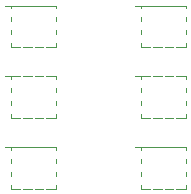
<source format=gto>
G04 #@! TF.GenerationSoftware,KiCad,Pcbnew,8.0.1*
G04 #@! TF.CreationDate,2024-04-17T17:56:07-07:00*
G04 #@! TF.ProjectId,Pinlight_panel,50696e6c-6967-4687-945f-70616e656c2e,rev?*
G04 #@! TF.SameCoordinates,Original*
G04 #@! TF.FileFunction,Legend,Top*
G04 #@! TF.FilePolarity,Positive*
%FSLAX46Y46*%
G04 Gerber Fmt 4.6, Leading zero omitted, Abs format (unit mm)*
G04 Created by KiCad (PCBNEW 8.0.1) date 2024-04-17 17:56:07*
%MOMM*%
%LPD*%
G01*
G04 APERTURE LIST*
%ADD10C,0.120000*%
%ADD11C,0.500000*%
%ADD12C,1.100000*%
%ADD13C,1.000000*%
%ADD14R,1.400000X0.650000*%
G04 APERTURE END LIST*
D10*
X151600000Y-27249500D02*
X155900000Y-27249500D01*
X152100000Y-30749500D02*
X152100000Y-27249500D01*
X155900000Y-27249500D02*
X155900000Y-30749500D01*
X155900000Y-30749500D02*
X152100000Y-30749500D01*
X151600000Y-33249500D02*
X155900000Y-33249500D01*
X152100000Y-36749500D02*
X152100000Y-33249500D01*
X155900000Y-33249500D02*
X155900000Y-36749500D01*
X155900000Y-36749500D02*
X152100000Y-36749500D01*
X151600000Y-39249500D02*
X155900000Y-39249500D01*
X152100000Y-42749500D02*
X152100000Y-39249500D01*
X155900000Y-39249500D02*
X155900000Y-42749500D01*
X155900000Y-42749500D02*
X152100000Y-42749500D01*
X140600000Y-33249500D02*
X144900000Y-33249500D01*
X141100000Y-36749500D02*
X141100000Y-33249500D01*
X144900000Y-33249500D02*
X144900000Y-36749500D01*
X144900000Y-36749500D02*
X141100000Y-36749500D01*
X140600000Y-27249500D02*
X144900000Y-27249500D01*
X141100000Y-30749500D02*
X141100000Y-27249500D01*
X144900000Y-27249500D02*
X144900000Y-30749500D01*
X144900000Y-30749500D02*
X141100000Y-30749500D01*
X140600000Y-39249500D02*
X144900000Y-39249500D01*
X141100000Y-42749500D02*
X141100000Y-39249500D01*
X144900000Y-39249500D02*
X144900000Y-42749500D01*
X144900000Y-42749500D02*
X141100000Y-42749500D01*
%LPC*%
D11*
X144000000Y-42999500D03*
X155000000Y-30999500D03*
X143000000Y-32999978D03*
D12*
X154500000Y-47499500D03*
D11*
X142000000Y-36999500D03*
D13*
X150300000Y-39799500D03*
D14*
X152300000Y-27899500D03*
X152300000Y-28999500D03*
X152300000Y-30099500D03*
X155700000Y-30099500D03*
X155700000Y-28999500D03*
X155700000Y-27899500D03*
D11*
X144000000Y-26999852D03*
X144000000Y-38999851D03*
D13*
X157700000Y-39799500D03*
D11*
X143000000Y-38999978D03*
D13*
X150300000Y-33799500D03*
X150300000Y-30199500D03*
X146700000Y-33799500D03*
D11*
X154000000Y-32999978D03*
X153000000Y-27000107D03*
X144000000Y-36999500D03*
X142000000Y-27000107D03*
X155000000Y-26999852D03*
D13*
X146700000Y-42199500D03*
X157700000Y-42199500D03*
X150300000Y-27799500D03*
X139300000Y-42199500D03*
X150300000Y-36199500D03*
D14*
X152300000Y-33899500D03*
X152300000Y-34999500D03*
X152300000Y-36099500D03*
X155700000Y-36099500D03*
X155700000Y-34999500D03*
X155700000Y-33899500D03*
D13*
X139300000Y-30199500D03*
D11*
X153000000Y-39000106D03*
D13*
X139300000Y-33799500D03*
D11*
X155000000Y-38999851D03*
D14*
X152300000Y-39899500D03*
X152300000Y-40999500D03*
X152300000Y-42099500D03*
X155700000Y-42099500D03*
X155700000Y-40999500D03*
X155700000Y-39899500D03*
D11*
X155000000Y-42999500D03*
X154000000Y-38999978D03*
X154000000Y-36999500D03*
D13*
X139300000Y-39799500D03*
D11*
X142000000Y-42999500D03*
D13*
X157700000Y-33799500D03*
D11*
X142000000Y-39000106D03*
D13*
X146700000Y-39799500D03*
D14*
X141300000Y-33899500D03*
X141300000Y-34999500D03*
X141300000Y-36099500D03*
X144700000Y-36099500D03*
X144700000Y-34999500D03*
X144700000Y-33899500D03*
D13*
X146700000Y-30199500D03*
D11*
X144000000Y-30999500D03*
X144000000Y-32999851D03*
X143000000Y-36999500D03*
X143000000Y-30999500D03*
X153000000Y-33000106D03*
D13*
X157700000Y-30199500D03*
X157700000Y-36199500D03*
D12*
X154500000Y-22500000D03*
D11*
X153000000Y-42999500D03*
D14*
X141300000Y-27899500D03*
X141300000Y-28999500D03*
X141300000Y-30099500D03*
X144700000Y-30099500D03*
X144700000Y-28999500D03*
X144700000Y-27899500D03*
D11*
X143000000Y-42999500D03*
X142000000Y-30999500D03*
X154000000Y-30999500D03*
D13*
X146700000Y-27799500D03*
D11*
X143000000Y-26999979D03*
D12*
X142500000Y-22500000D03*
D11*
X154000000Y-42999500D03*
X154000000Y-26999979D03*
D13*
X157700000Y-27799500D03*
D11*
X153000000Y-30999500D03*
X142000000Y-33000106D03*
D13*
X146700000Y-36199500D03*
D11*
X153000000Y-36999500D03*
D13*
X139300000Y-27799500D03*
X139300000Y-36199500D03*
D14*
X141300000Y-39899500D03*
X141300000Y-40999500D03*
X141300000Y-42099500D03*
X144700000Y-42099500D03*
X144700000Y-40999500D03*
X144700000Y-39899500D03*
D11*
X155000000Y-36999500D03*
D13*
X150300000Y-42199500D03*
D12*
X142500000Y-47499500D03*
D11*
X155000000Y-32999851D03*
G36*
X146751751Y-32999549D02*
G01*
X146822024Y-33001516D01*
X146846147Y-33004576D01*
X146984872Y-33036239D01*
X147011081Y-33045410D01*
X147137699Y-33106386D01*
X147161210Y-33121159D01*
X147271084Y-33208781D01*
X147290718Y-33228415D01*
X147378340Y-33338289D01*
X147393113Y-33361800D01*
X147454089Y-33488418D01*
X147463260Y-33514627D01*
X147494923Y-33653352D01*
X147497983Y-33677474D01*
X147499951Y-33747748D01*
X147500000Y-33751219D01*
X147500000Y-34625500D01*
X147480315Y-34692539D01*
X147427511Y-34738294D01*
X147376000Y-34749500D01*
X145974000Y-34749500D01*
X145906961Y-34729815D01*
X145861206Y-34677011D01*
X145850000Y-34625500D01*
X145850000Y-33123500D01*
X145869685Y-33056461D01*
X145922489Y-33010706D01*
X145974000Y-32999500D01*
X146748281Y-32999500D01*
X146751751Y-32999549D01*
G37*
G36*
X140093039Y-35269185D02*
G01*
X140138794Y-35321989D01*
X140150000Y-35373500D01*
X140150000Y-36875500D01*
X140130315Y-36942539D01*
X140077511Y-36988294D01*
X140026000Y-36999500D01*
X139251719Y-36999500D01*
X139248248Y-36999451D01*
X139177974Y-36997483D01*
X139153852Y-36994423D01*
X139015127Y-36962760D01*
X138988918Y-36953589D01*
X138862300Y-36892613D01*
X138838789Y-36877840D01*
X138728915Y-36790218D01*
X138709281Y-36770584D01*
X138621659Y-36660710D01*
X138606886Y-36637199D01*
X138545910Y-36510581D01*
X138536739Y-36484372D01*
X138505076Y-36345647D01*
X138502016Y-36321523D01*
X138500049Y-36251249D01*
X138500000Y-36247780D01*
X138500000Y-35373500D01*
X138519685Y-35306461D01*
X138572489Y-35260706D01*
X138624000Y-35249500D01*
X140026000Y-35249500D01*
X140093039Y-35269185D01*
G37*
G36*
X158443039Y-41269185D02*
G01*
X158488794Y-41321989D01*
X158500000Y-41373500D01*
X158500000Y-42247780D01*
X158499951Y-42251251D01*
X158497983Y-42321525D01*
X158494923Y-42345647D01*
X158463260Y-42484372D01*
X158454089Y-42510581D01*
X158393113Y-42637199D01*
X158378340Y-42660710D01*
X158290718Y-42770584D01*
X158271084Y-42790218D01*
X158161210Y-42877840D01*
X158137699Y-42892613D01*
X158011081Y-42953589D01*
X157984872Y-42962760D01*
X157846147Y-42994423D01*
X157822025Y-42997483D01*
X157751752Y-42999451D01*
X157748281Y-42999500D01*
X156974000Y-42999500D01*
X156906961Y-42979815D01*
X156861206Y-42927011D01*
X156850000Y-42875500D01*
X156850000Y-41373500D01*
X156869685Y-41306461D01*
X156922489Y-41260706D01*
X156974000Y-41249500D01*
X158376000Y-41249500D01*
X158443039Y-41269185D01*
G37*
G36*
X151093039Y-29269185D02*
G01*
X151138794Y-29321989D01*
X151150000Y-29373500D01*
X151150000Y-30875500D01*
X151130315Y-30942539D01*
X151077511Y-30988294D01*
X151026000Y-30999500D01*
X150251719Y-30999500D01*
X150248248Y-30999451D01*
X150177974Y-30997483D01*
X150153852Y-30994423D01*
X150015127Y-30962760D01*
X149988918Y-30953589D01*
X149862300Y-30892613D01*
X149838789Y-30877840D01*
X149728915Y-30790218D01*
X149709281Y-30770584D01*
X149621659Y-30660710D01*
X149606886Y-30637199D01*
X149545910Y-30510581D01*
X149536739Y-30484372D01*
X149505076Y-30345647D01*
X149502016Y-30321523D01*
X149500049Y-30251249D01*
X149500000Y-30247780D01*
X149500000Y-29373500D01*
X149519685Y-29306461D01*
X149572489Y-29260706D01*
X149624000Y-29249500D01*
X151026000Y-29249500D01*
X151093039Y-29269185D01*
G37*
G36*
X140093039Y-27019185D02*
G01*
X140138794Y-27071989D01*
X140150000Y-27123500D01*
X140150000Y-28625500D01*
X140130315Y-28692539D01*
X140077511Y-28738294D01*
X140026000Y-28749500D01*
X138624000Y-28749500D01*
X138556961Y-28729815D01*
X138511206Y-28677011D01*
X138500000Y-28625500D01*
X138500000Y-27751219D01*
X138500049Y-27747750D01*
X138502016Y-27677476D01*
X138505076Y-27653352D01*
X138536739Y-27514627D01*
X138545910Y-27488418D01*
X138606886Y-27361800D01*
X138621659Y-27338289D01*
X138709281Y-27228415D01*
X138728915Y-27208781D01*
X138838789Y-27121159D01*
X138862300Y-27106386D01*
X138988918Y-27045410D01*
X139015127Y-27036239D01*
X139153852Y-27004576D01*
X139177976Y-27001516D01*
X139248250Y-26999549D01*
X139251719Y-26999500D01*
X140026000Y-26999500D01*
X140093039Y-27019185D01*
G37*
G36*
X158443039Y-29269185D02*
G01*
X158488794Y-29321989D01*
X158500000Y-29373500D01*
X158500000Y-30247780D01*
X158499951Y-30251251D01*
X158497983Y-30321525D01*
X158494923Y-30345647D01*
X158463260Y-30484372D01*
X158454089Y-30510581D01*
X158393113Y-30637199D01*
X158378340Y-30660710D01*
X158290718Y-30770584D01*
X158271084Y-30790218D01*
X158161210Y-30877840D01*
X158137699Y-30892613D01*
X158011081Y-30953589D01*
X157984872Y-30962760D01*
X157846147Y-30994423D01*
X157822025Y-30997483D01*
X157751752Y-30999451D01*
X157748281Y-30999500D01*
X156974000Y-30999500D01*
X156906961Y-30979815D01*
X156861206Y-30927011D01*
X156850000Y-30875500D01*
X156850000Y-29373500D01*
X156869685Y-29306461D01*
X156922489Y-29260706D01*
X156974000Y-29249500D01*
X158376000Y-29249500D01*
X158443039Y-29269185D01*
G37*
G36*
X157751751Y-38999549D02*
G01*
X157822024Y-39001516D01*
X157846147Y-39004576D01*
X157984872Y-39036239D01*
X158011081Y-39045410D01*
X158137699Y-39106386D01*
X158161210Y-39121159D01*
X158271084Y-39208781D01*
X158290718Y-39228415D01*
X158378340Y-39338289D01*
X158393113Y-39361800D01*
X158454089Y-39488418D01*
X158463260Y-39514627D01*
X158494923Y-39653352D01*
X158497983Y-39677474D01*
X158499951Y-39747748D01*
X158500000Y-39751219D01*
X158500000Y-40625500D01*
X158480315Y-40692539D01*
X158427511Y-40738294D01*
X158376000Y-40749500D01*
X156974000Y-40749500D01*
X156906961Y-40729815D01*
X156861206Y-40677011D01*
X156850000Y-40625500D01*
X156850000Y-39123500D01*
X156869685Y-39056461D01*
X156922489Y-39010706D01*
X156974000Y-38999500D01*
X157748281Y-38999500D01*
X157751751Y-38999549D01*
G37*
G36*
X140093039Y-39019185D02*
G01*
X140138794Y-39071989D01*
X140150000Y-39123500D01*
X140150000Y-40625500D01*
X140130315Y-40692539D01*
X140077511Y-40738294D01*
X140026000Y-40749500D01*
X138624000Y-40749500D01*
X138556961Y-40729815D01*
X138511206Y-40677011D01*
X138500000Y-40625500D01*
X138500000Y-39751219D01*
X138500049Y-39747750D01*
X138502016Y-39677476D01*
X138505076Y-39653352D01*
X138536739Y-39514627D01*
X138545910Y-39488418D01*
X138606886Y-39361800D01*
X138621659Y-39338289D01*
X138709281Y-39228415D01*
X138728915Y-39208781D01*
X138838789Y-39121159D01*
X138862300Y-39106386D01*
X138988918Y-39045410D01*
X139015127Y-39036239D01*
X139153852Y-39004576D01*
X139177976Y-39001516D01*
X139248250Y-38999549D01*
X139251719Y-38999500D01*
X140026000Y-38999500D01*
X140093039Y-39019185D01*
G37*
G36*
X151093039Y-41269185D02*
G01*
X151138794Y-41321989D01*
X151150000Y-41373500D01*
X151150000Y-42875500D01*
X151130315Y-42942539D01*
X151077511Y-42988294D01*
X151026000Y-42999500D01*
X150251719Y-42999500D01*
X150248248Y-42999451D01*
X150177974Y-42997483D01*
X150153852Y-42994423D01*
X150015127Y-42962760D01*
X149988918Y-42953589D01*
X149862300Y-42892613D01*
X149838789Y-42877840D01*
X149728915Y-42790218D01*
X149709281Y-42770584D01*
X149621659Y-42660710D01*
X149606886Y-42637199D01*
X149545910Y-42510581D01*
X149536739Y-42484372D01*
X149505076Y-42345647D01*
X149502016Y-42321523D01*
X149500049Y-42251249D01*
X149500000Y-42247780D01*
X149500000Y-41373500D01*
X149519685Y-41306461D01*
X149572489Y-41260706D01*
X149624000Y-41249500D01*
X151026000Y-41249500D01*
X151093039Y-41269185D01*
G37*
G36*
X157751751Y-26999549D02*
G01*
X157822024Y-27001516D01*
X157846147Y-27004576D01*
X157984872Y-27036239D01*
X158011081Y-27045410D01*
X158137699Y-27106386D01*
X158161210Y-27121159D01*
X158271084Y-27208781D01*
X158290718Y-27228415D01*
X158378340Y-27338289D01*
X158393113Y-27361800D01*
X158454089Y-27488418D01*
X158463260Y-27514627D01*
X158494923Y-27653352D01*
X158497983Y-27677474D01*
X158499951Y-27747748D01*
X158500000Y-27751219D01*
X158500000Y-28625500D01*
X158480315Y-28692539D01*
X158427511Y-28738294D01*
X158376000Y-28749500D01*
X156974000Y-28749500D01*
X156906961Y-28729815D01*
X156861206Y-28677011D01*
X156850000Y-28625500D01*
X156850000Y-27123500D01*
X156869685Y-27056461D01*
X156922489Y-27010706D01*
X156974000Y-26999500D01*
X157748281Y-26999500D01*
X157751751Y-26999549D01*
G37*
G36*
X140093039Y-29269185D02*
G01*
X140138794Y-29321989D01*
X140150000Y-29373500D01*
X140150000Y-30875500D01*
X140130315Y-30942539D01*
X140077511Y-30988294D01*
X140026000Y-30999500D01*
X139251719Y-30999500D01*
X139248248Y-30999451D01*
X139177974Y-30997483D01*
X139153852Y-30994423D01*
X139015127Y-30962760D01*
X138988918Y-30953589D01*
X138862300Y-30892613D01*
X138838789Y-30877840D01*
X138728915Y-30790218D01*
X138709281Y-30770584D01*
X138621659Y-30660710D01*
X138606886Y-30637199D01*
X138545910Y-30510581D01*
X138536739Y-30484372D01*
X138505076Y-30345647D01*
X138502016Y-30321523D01*
X138500049Y-30251249D01*
X138500000Y-30247780D01*
X138500000Y-29373500D01*
X138519685Y-29306461D01*
X138572489Y-29260706D01*
X138624000Y-29249500D01*
X140026000Y-29249500D01*
X140093039Y-29269185D01*
G37*
G36*
X147443039Y-41269185D02*
G01*
X147488794Y-41321989D01*
X147500000Y-41373500D01*
X147500000Y-42247780D01*
X147499951Y-42251251D01*
X147497983Y-42321525D01*
X147494923Y-42345647D01*
X147463260Y-42484372D01*
X147454089Y-42510581D01*
X147393113Y-42637199D01*
X147378340Y-42660710D01*
X147290718Y-42770584D01*
X147271084Y-42790218D01*
X147161210Y-42877840D01*
X147137699Y-42892613D01*
X147011081Y-42953589D01*
X146984872Y-42962760D01*
X146846147Y-42994423D01*
X146822025Y-42997483D01*
X146751752Y-42999451D01*
X146748281Y-42999500D01*
X145974000Y-42999500D01*
X145906961Y-42979815D01*
X145861206Y-42927011D01*
X145850000Y-42875500D01*
X145850000Y-41373500D01*
X145869685Y-41306461D01*
X145922489Y-41260706D01*
X145974000Y-41249500D01*
X147376000Y-41249500D01*
X147443039Y-41269185D01*
G37*
G36*
X140093039Y-41269185D02*
G01*
X140138794Y-41321989D01*
X140150000Y-41373500D01*
X140150000Y-42875500D01*
X140130315Y-42942539D01*
X140077511Y-42988294D01*
X140026000Y-42999500D01*
X139251719Y-42999500D01*
X139248248Y-42999451D01*
X139177974Y-42997483D01*
X139153852Y-42994423D01*
X139015127Y-42962760D01*
X138988918Y-42953589D01*
X138862300Y-42892613D01*
X138838789Y-42877840D01*
X138728915Y-42790218D01*
X138709281Y-42770584D01*
X138621659Y-42660710D01*
X138606886Y-42637199D01*
X138545910Y-42510581D01*
X138536739Y-42484372D01*
X138505076Y-42345647D01*
X138502016Y-42321523D01*
X138500049Y-42251249D01*
X138500000Y-42247780D01*
X138500000Y-41373500D01*
X138519685Y-41306461D01*
X138572489Y-41260706D01*
X138624000Y-41249500D01*
X140026000Y-41249500D01*
X140093039Y-41269185D01*
G37*
G36*
X158443039Y-35269185D02*
G01*
X158488794Y-35321989D01*
X158500000Y-35373500D01*
X158500000Y-36247780D01*
X158499951Y-36251251D01*
X158497983Y-36321525D01*
X158494923Y-36345647D01*
X158463260Y-36484372D01*
X158454089Y-36510581D01*
X158393113Y-36637199D01*
X158378340Y-36660710D01*
X158290718Y-36770584D01*
X158271084Y-36790218D01*
X158161210Y-36877840D01*
X158137699Y-36892613D01*
X158011081Y-36953589D01*
X157984872Y-36962760D01*
X157846147Y-36994423D01*
X157822025Y-36997483D01*
X157751752Y-36999451D01*
X157748281Y-36999500D01*
X156974000Y-36999500D01*
X156906961Y-36979815D01*
X156861206Y-36927011D01*
X156850000Y-36875500D01*
X156850000Y-35373500D01*
X156869685Y-35306461D01*
X156922489Y-35260706D01*
X156974000Y-35249500D01*
X158376000Y-35249500D01*
X158443039Y-35269185D01*
G37*
G36*
X151093039Y-35269185D02*
G01*
X151138794Y-35321989D01*
X151150000Y-35373500D01*
X151150000Y-36875500D01*
X151130315Y-36942539D01*
X151077511Y-36988294D01*
X151026000Y-36999500D01*
X150251719Y-36999500D01*
X150248248Y-36999451D01*
X150177974Y-36997483D01*
X150153852Y-36994423D01*
X150015127Y-36962760D01*
X149988918Y-36953589D01*
X149862300Y-36892613D01*
X149838789Y-36877840D01*
X149728915Y-36790218D01*
X149709281Y-36770584D01*
X149621659Y-36660710D01*
X149606886Y-36637199D01*
X149545910Y-36510581D01*
X149536739Y-36484372D01*
X149505076Y-36345647D01*
X149502016Y-36321523D01*
X149500049Y-36251249D01*
X149500000Y-36247780D01*
X149500000Y-35373500D01*
X149519685Y-35306461D01*
X149572489Y-35260706D01*
X149624000Y-35249500D01*
X151026000Y-35249500D01*
X151093039Y-35269185D01*
G37*
G36*
X151093039Y-33019185D02*
G01*
X151138794Y-33071989D01*
X151150000Y-33123500D01*
X151150000Y-34625500D01*
X151130315Y-34692539D01*
X151077511Y-34738294D01*
X151026000Y-34749500D01*
X149624000Y-34749500D01*
X149556961Y-34729815D01*
X149511206Y-34677011D01*
X149500000Y-34625500D01*
X149500000Y-33751219D01*
X149500049Y-33747750D01*
X149502016Y-33677476D01*
X149505076Y-33653352D01*
X149536739Y-33514627D01*
X149545910Y-33488418D01*
X149606886Y-33361800D01*
X149621659Y-33338289D01*
X149709281Y-33228415D01*
X149728915Y-33208781D01*
X149838789Y-33121159D01*
X149862300Y-33106386D01*
X149988918Y-33045410D01*
X150015127Y-33036239D01*
X150153852Y-33004576D01*
X150177976Y-33001516D01*
X150248250Y-32999549D01*
X150251719Y-32999500D01*
X151026000Y-32999500D01*
X151093039Y-33019185D01*
G37*
G36*
X147443039Y-29269185D02*
G01*
X147488794Y-29321989D01*
X147500000Y-29373500D01*
X147500000Y-30247780D01*
X147499951Y-30251251D01*
X147497983Y-30321525D01*
X147494923Y-30345647D01*
X147463260Y-30484372D01*
X147454089Y-30510581D01*
X147393113Y-30637199D01*
X147378340Y-30660710D01*
X147290718Y-30770584D01*
X147271084Y-30790218D01*
X147161210Y-30877840D01*
X147137699Y-30892613D01*
X147011081Y-30953589D01*
X146984872Y-30962760D01*
X146846147Y-30994423D01*
X146822025Y-30997483D01*
X146751752Y-30999451D01*
X146748281Y-30999500D01*
X145974000Y-30999500D01*
X145906961Y-30979815D01*
X145861206Y-30927011D01*
X145850000Y-30875500D01*
X145850000Y-29373500D01*
X145869685Y-29306461D01*
X145922489Y-29260706D01*
X145974000Y-29249500D01*
X147376000Y-29249500D01*
X147443039Y-29269185D01*
G37*
G36*
X146751751Y-38999549D02*
G01*
X146822024Y-39001516D01*
X146846147Y-39004576D01*
X146984872Y-39036239D01*
X147011081Y-39045410D01*
X147137699Y-39106386D01*
X147161210Y-39121159D01*
X147271084Y-39208781D01*
X147290718Y-39228415D01*
X147378340Y-39338289D01*
X147393113Y-39361800D01*
X147454089Y-39488418D01*
X147463260Y-39514627D01*
X147494923Y-39653352D01*
X147497983Y-39677474D01*
X147499951Y-39747748D01*
X147500000Y-39751219D01*
X147500000Y-40625500D01*
X147480315Y-40692539D01*
X147427511Y-40738294D01*
X147376000Y-40749500D01*
X145974000Y-40749500D01*
X145906961Y-40729815D01*
X145861206Y-40677011D01*
X145850000Y-40625500D01*
X145850000Y-39123500D01*
X145869685Y-39056461D01*
X145922489Y-39010706D01*
X145974000Y-38999500D01*
X146748281Y-38999500D01*
X146751751Y-38999549D01*
G37*
G36*
X157751751Y-32999549D02*
G01*
X157822024Y-33001516D01*
X157846147Y-33004576D01*
X157984872Y-33036239D01*
X158011081Y-33045410D01*
X158137699Y-33106386D01*
X158161210Y-33121159D01*
X158271084Y-33208781D01*
X158290718Y-33228415D01*
X158378340Y-33338289D01*
X158393113Y-33361800D01*
X158454089Y-33488418D01*
X158463260Y-33514627D01*
X158494923Y-33653352D01*
X158497983Y-33677474D01*
X158499951Y-33747748D01*
X158500000Y-33751219D01*
X158500000Y-34625500D01*
X158480315Y-34692539D01*
X158427511Y-34738294D01*
X158376000Y-34749500D01*
X156974000Y-34749500D01*
X156906961Y-34729815D01*
X156861206Y-34677011D01*
X156850000Y-34625500D01*
X156850000Y-33123500D01*
X156869685Y-33056461D01*
X156922489Y-33010706D01*
X156974000Y-32999500D01*
X157748281Y-32999500D01*
X157751751Y-32999549D01*
G37*
G36*
X151093039Y-39019185D02*
G01*
X151138794Y-39071989D01*
X151150000Y-39123500D01*
X151150000Y-40625500D01*
X151130315Y-40692539D01*
X151077511Y-40738294D01*
X151026000Y-40749500D01*
X149624000Y-40749500D01*
X149556961Y-40729815D01*
X149511206Y-40677011D01*
X149500000Y-40625500D01*
X149500000Y-39751219D01*
X149500049Y-39747750D01*
X149502016Y-39677476D01*
X149505076Y-39653352D01*
X149536739Y-39514627D01*
X149545910Y-39488418D01*
X149606886Y-39361800D01*
X149621659Y-39338289D01*
X149709281Y-39228415D01*
X149728915Y-39208781D01*
X149838789Y-39121159D01*
X149862300Y-39106386D01*
X149988918Y-39045410D01*
X150015127Y-39036239D01*
X150153852Y-39004576D01*
X150177976Y-39001516D01*
X150248250Y-38999549D01*
X150251719Y-38999500D01*
X151026000Y-38999500D01*
X151093039Y-39019185D01*
G37*
G36*
X140093039Y-33019185D02*
G01*
X140138794Y-33071989D01*
X140150000Y-33123500D01*
X140150000Y-34625500D01*
X140130315Y-34692539D01*
X140077511Y-34738294D01*
X140026000Y-34749500D01*
X138624000Y-34749500D01*
X138556961Y-34729815D01*
X138511206Y-34677011D01*
X138500000Y-34625500D01*
X138500000Y-33751219D01*
X138500049Y-33747750D01*
X138502016Y-33677476D01*
X138505076Y-33653352D01*
X138536739Y-33514627D01*
X138545910Y-33488418D01*
X138606886Y-33361800D01*
X138621659Y-33338289D01*
X138709281Y-33228415D01*
X138728915Y-33208781D01*
X138838789Y-33121159D01*
X138862300Y-33106386D01*
X138988918Y-33045410D01*
X139015127Y-33036239D01*
X139153852Y-33004576D01*
X139177976Y-33001516D01*
X139248250Y-32999549D01*
X139251719Y-32999500D01*
X140026000Y-32999500D01*
X140093039Y-33019185D01*
G37*
G36*
X147443039Y-35269185D02*
G01*
X147488794Y-35321989D01*
X147500000Y-35373500D01*
X147500000Y-36247780D01*
X147499951Y-36251251D01*
X147497983Y-36321525D01*
X147494923Y-36345647D01*
X147463260Y-36484372D01*
X147454089Y-36510581D01*
X147393113Y-36637199D01*
X147378340Y-36660710D01*
X147290718Y-36770584D01*
X147271084Y-36790218D01*
X147161210Y-36877840D01*
X147137699Y-36892613D01*
X147011081Y-36953589D01*
X146984872Y-36962760D01*
X146846147Y-36994423D01*
X146822025Y-36997483D01*
X146751752Y-36999451D01*
X146748281Y-36999500D01*
X145974000Y-36999500D01*
X145906961Y-36979815D01*
X145861206Y-36927011D01*
X145850000Y-36875500D01*
X145850000Y-35373500D01*
X145869685Y-35306461D01*
X145922489Y-35260706D01*
X145974000Y-35249500D01*
X147376000Y-35249500D01*
X147443039Y-35269185D01*
G37*
G36*
X151093039Y-27019185D02*
G01*
X151138794Y-27071989D01*
X151150000Y-27123500D01*
X151150000Y-28625500D01*
X151130315Y-28692539D01*
X151077511Y-28738294D01*
X151026000Y-28749500D01*
X149624000Y-28749500D01*
X149556961Y-28729815D01*
X149511206Y-28677011D01*
X149500000Y-28625500D01*
X149500000Y-27751219D01*
X149500049Y-27747750D01*
X149502016Y-27677476D01*
X149505076Y-27653352D01*
X149536739Y-27514627D01*
X149545910Y-27488418D01*
X149606886Y-27361800D01*
X149621659Y-27338289D01*
X149709281Y-27228415D01*
X149728915Y-27208781D01*
X149838789Y-27121159D01*
X149862300Y-27106386D01*
X149988918Y-27045410D01*
X150015127Y-27036239D01*
X150153852Y-27004576D01*
X150177976Y-27001516D01*
X150248250Y-26999549D01*
X150251719Y-26999500D01*
X151026000Y-26999500D01*
X151093039Y-27019185D01*
G37*
G36*
X146751751Y-26999549D02*
G01*
X146822024Y-27001516D01*
X146846147Y-27004576D01*
X146984872Y-27036239D01*
X147011081Y-27045410D01*
X147137699Y-27106386D01*
X147161210Y-27121159D01*
X147271084Y-27208781D01*
X147290718Y-27228415D01*
X147378340Y-27338289D01*
X147393113Y-27361800D01*
X147454089Y-27488418D01*
X147463260Y-27514627D01*
X147494923Y-27653352D01*
X147497983Y-27677474D01*
X147499951Y-27747748D01*
X147500000Y-27751219D01*
X147500000Y-28625500D01*
X147480315Y-28692539D01*
X147427511Y-28738294D01*
X147376000Y-28749500D01*
X145974000Y-28749500D01*
X145906961Y-28729815D01*
X145861206Y-28677011D01*
X145850000Y-28625500D01*
X145850000Y-27123500D01*
X145869685Y-27056461D01*
X145922489Y-27010706D01*
X145974000Y-26999500D01*
X146748281Y-26999500D01*
X146751751Y-26999549D01*
G37*
%LPD*%
M02*

</source>
